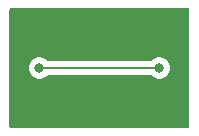
<source format=gbr>
%TF.GenerationSoftware,KiCad,Pcbnew,7.0.7-7.0.7~ubuntu22.04.1*%
%TF.CreationDate,2023-09-27T08:53:52+00:00*%
%TF.ProjectId,sample,73616d70-6c65-42e6-9b69-6361645f7063,rev?*%
%TF.SameCoordinates,Original*%
%TF.FileFunction,Copper,L2,Bot*%
%TF.FilePolarity,Positive*%
%FSLAX46Y46*%
G04 Gerber Fmt 4.6, Leading zero omitted, Abs format (unit mm)*
G04 Created by KiCad (PCBNEW 7.0.7-7.0.7~ubuntu22.04.1) date 2023-09-27 08:53:52*
%MOMM*%
%LPD*%
G01*
G04 APERTURE LIST*
%TA.AperFunction,NonConductor*%
%ADD10C,0.200000*%
%TD*%
%TA.AperFunction,ViaPad*%
%ADD11C,0.800000*%
%TD*%
G04 APERTURE END LIST*
D10*
X17780000Y-20320000D02*
X27940000Y-20320000D01*
D11*
%TO.N,Net-(R1-Pad1)*%
X27940000Y-20320000D03*
X17780000Y-20320000D03*
%TD*%
%TA.AperFunction,NonConductor*%
G36*
X30422539Y-15260185D02*
G01*
X30468294Y-15312989D01*
X30479500Y-15364500D01*
X30479500Y-25275500D01*
X30459815Y-25342539D01*
X30407011Y-25388294D01*
X30355500Y-25399500D01*
X15364500Y-25399500D01*
X15297461Y-25379815D01*
X15251706Y-25327011D01*
X15240500Y-25275500D01*
X15240500Y-20320000D01*
X16874540Y-20320000D01*
X16894326Y-20508256D01*
X16894327Y-20508259D01*
X16952818Y-20688277D01*
X16952821Y-20688284D01*
X17047467Y-20852216D01*
X17174128Y-20992887D01*
X17174129Y-20992888D01*
X17327265Y-21104148D01*
X17327270Y-21104151D01*
X17500192Y-21181142D01*
X17500197Y-21181144D01*
X17685354Y-21220500D01*
X17685355Y-21220500D01*
X17874644Y-21220500D01*
X17874646Y-21220500D01*
X18059803Y-21181144D01*
X18232730Y-21104151D01*
X18385871Y-20992888D01*
X18414108Y-20961527D01*
X18473595Y-20924879D01*
X18506258Y-20920500D01*
X27213742Y-20920500D01*
X27280781Y-20940185D01*
X27305891Y-20961527D01*
X27334128Y-20992887D01*
X27334135Y-20992893D01*
X27487265Y-21104148D01*
X27487270Y-21104151D01*
X27660192Y-21181142D01*
X27660197Y-21181144D01*
X27845354Y-21220500D01*
X27845355Y-21220500D01*
X28034644Y-21220500D01*
X28034646Y-21220500D01*
X28219803Y-21181144D01*
X28392730Y-21104151D01*
X28545871Y-20992888D01*
X28672533Y-20852216D01*
X28767179Y-20688284D01*
X28825674Y-20508256D01*
X28845460Y-20320000D01*
X28825674Y-20131744D01*
X28767179Y-19951716D01*
X28672533Y-19787784D01*
X28545871Y-19647112D01*
X28545863Y-19647106D01*
X28392734Y-19535851D01*
X28392729Y-19535848D01*
X28219807Y-19458857D01*
X28219802Y-19458855D01*
X28074000Y-19427865D01*
X28034646Y-19419500D01*
X27845354Y-19419500D01*
X27812897Y-19426398D01*
X27660197Y-19458855D01*
X27660192Y-19458857D01*
X27487270Y-19535848D01*
X27487265Y-19535851D01*
X27334135Y-19647106D01*
X27334128Y-19647112D01*
X27305891Y-19678473D01*
X27246405Y-19715121D01*
X27213742Y-19719500D01*
X18506258Y-19719500D01*
X18439219Y-19699815D01*
X18414109Y-19678473D01*
X18385871Y-19647112D01*
X18385864Y-19647106D01*
X18232734Y-19535851D01*
X18232729Y-19535848D01*
X18059807Y-19458857D01*
X18059802Y-19458855D01*
X17914000Y-19427865D01*
X17874646Y-19419500D01*
X17685354Y-19419500D01*
X17652897Y-19426398D01*
X17500197Y-19458855D01*
X17500192Y-19458857D01*
X17327270Y-19535848D01*
X17327265Y-19535851D01*
X17174129Y-19647111D01*
X17047466Y-19787785D01*
X16952821Y-19951715D01*
X16952818Y-19951722D01*
X16894327Y-20131740D01*
X16894326Y-20131744D01*
X16874540Y-20320000D01*
X15240500Y-20320000D01*
X15240500Y-15364500D01*
X15260185Y-15297461D01*
X15312989Y-15251706D01*
X15364500Y-15240500D01*
X30355500Y-15240500D01*
X30422539Y-15260185D01*
G37*
%TD.AperFunction*%
M02*

</source>
